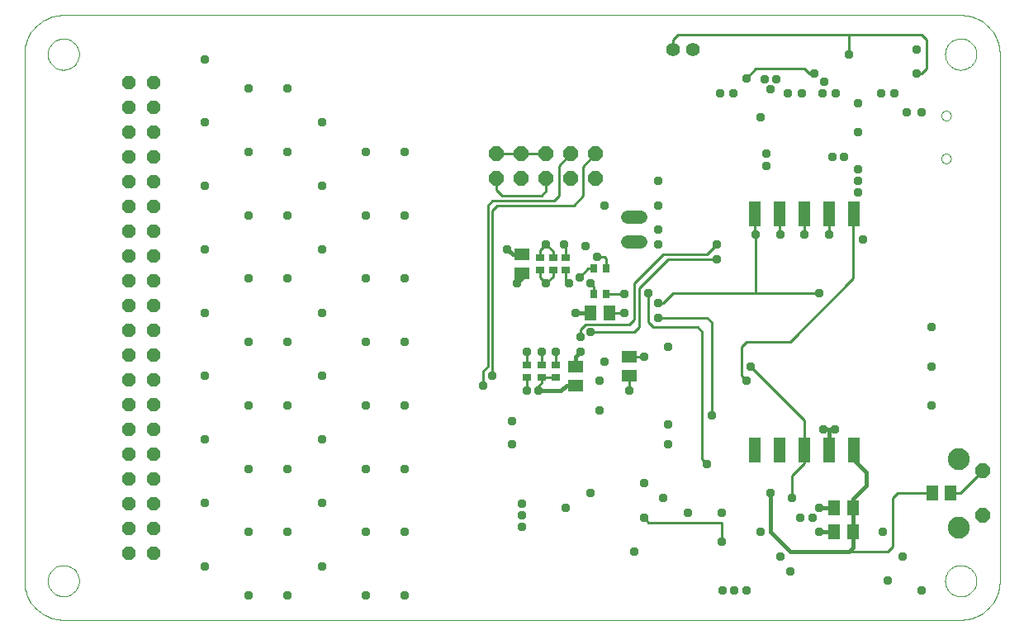
<source format=gbl>
G75*
G70*
%OFA0B0*%
%FSLAX24Y24*%
%IPPOS*%
%LPD*%
%AMOC8*
5,1,8,0,0,1.08239X$1,22.5*
%
%ADD10R,0.0500X0.1000*%
%ADD11OC8,0.0600*%
%ADD12R,0.0591X0.0512*%
%ADD13C,0.0540*%
%ADD14OC8,0.0540*%
%ADD15R,0.0354X0.0276*%
%ADD16R,0.0512X0.0591*%
%ADD17C,0.0000*%
%ADD18C,0.0560*%
%ADD19C,0.0885*%
%ADD20R,0.0276X0.0354*%
%ADD21C,0.0377*%
%ADD22C,0.0100*%
%ADD23C,0.0160*%
D10*
X035895Y010272D03*
X036895Y010272D03*
X037895Y010272D03*
X038895Y010272D03*
X039895Y010272D03*
X039895Y019788D03*
X038895Y019788D03*
X037895Y019788D03*
X036895Y019788D03*
X035895Y019788D03*
D11*
X029462Y021223D03*
X028462Y021223D03*
X027462Y021223D03*
X026462Y021223D03*
X025462Y021223D03*
X025462Y022223D03*
X026462Y022223D03*
X027462Y022223D03*
X028462Y022223D03*
X029462Y022223D03*
X045078Y009424D03*
X045078Y007644D03*
D12*
X030809Y013278D03*
X030809Y014026D03*
X028643Y013632D03*
X028643Y012884D03*
X026478Y017412D03*
X026478Y018160D03*
D13*
X030736Y018664D02*
X031276Y018664D01*
X031276Y019664D02*
X030736Y019664D01*
D14*
X011624Y020120D03*
X010624Y020120D03*
X010624Y021120D03*
X011624Y021120D03*
X011624Y022120D03*
X010624Y022120D03*
X010624Y023120D03*
X011624Y023120D03*
X011624Y024120D03*
X010624Y024120D03*
X010624Y025120D03*
X011624Y025120D03*
X011624Y019120D03*
X010624Y019120D03*
X010624Y018120D03*
X011624Y018120D03*
X011624Y017120D03*
X010624Y017120D03*
X010624Y016120D03*
X011624Y016120D03*
X011624Y015120D03*
X010624Y015120D03*
X010624Y014120D03*
X011624Y014120D03*
X011624Y013120D03*
X010624Y013120D03*
X010624Y012120D03*
X011624Y012120D03*
X011624Y011120D03*
X010624Y011120D03*
X010624Y010120D03*
X011624Y010120D03*
X011624Y009120D03*
X010624Y009120D03*
X010624Y008120D03*
X011624Y008120D03*
X011624Y007120D03*
X010624Y007120D03*
X010624Y006120D03*
X011624Y006120D03*
D15*
X026675Y013199D03*
X027265Y013199D03*
X027856Y013199D03*
X027856Y013711D03*
X027265Y013711D03*
X026675Y013711D03*
X027226Y017530D03*
X027738Y017530D03*
X028250Y017530D03*
X028250Y018042D03*
X027738Y018042D03*
X027226Y018042D03*
D16*
X029254Y015817D03*
X030002Y015817D03*
X039096Y007943D03*
X039844Y007943D03*
X039844Y006959D03*
X039096Y006959D03*
X043033Y008534D03*
X043781Y008534D03*
D17*
X044194Y003416D02*
X007974Y003416D01*
X007344Y004990D02*
X007346Y005040D01*
X007352Y005090D01*
X007362Y005139D01*
X007376Y005187D01*
X007393Y005234D01*
X007414Y005279D01*
X007439Y005323D01*
X007467Y005364D01*
X007499Y005403D01*
X007533Y005440D01*
X007570Y005474D01*
X007610Y005504D01*
X007652Y005531D01*
X007696Y005555D01*
X007742Y005576D01*
X007789Y005592D01*
X007837Y005605D01*
X007887Y005614D01*
X007936Y005619D01*
X007987Y005620D01*
X008037Y005617D01*
X008086Y005610D01*
X008135Y005599D01*
X008183Y005584D01*
X008229Y005566D01*
X008274Y005544D01*
X008317Y005518D01*
X008358Y005489D01*
X008397Y005457D01*
X008433Y005422D01*
X008465Y005384D01*
X008495Y005344D01*
X008522Y005301D01*
X008545Y005257D01*
X008564Y005211D01*
X008580Y005163D01*
X008592Y005114D01*
X008600Y005065D01*
X008604Y005015D01*
X008604Y004965D01*
X008600Y004915D01*
X008592Y004866D01*
X008580Y004817D01*
X008564Y004769D01*
X008545Y004723D01*
X008522Y004679D01*
X008495Y004636D01*
X008465Y004596D01*
X008433Y004558D01*
X008397Y004523D01*
X008358Y004491D01*
X008317Y004462D01*
X008274Y004436D01*
X008229Y004414D01*
X008183Y004396D01*
X008135Y004381D01*
X008086Y004370D01*
X008037Y004363D01*
X007987Y004360D01*
X007936Y004361D01*
X007887Y004366D01*
X007837Y004375D01*
X007789Y004388D01*
X007742Y004404D01*
X007696Y004425D01*
X007652Y004449D01*
X007610Y004476D01*
X007570Y004506D01*
X007533Y004540D01*
X007499Y004577D01*
X007467Y004616D01*
X007439Y004657D01*
X007414Y004701D01*
X007393Y004746D01*
X007376Y004793D01*
X007362Y004841D01*
X007352Y004890D01*
X007346Y004940D01*
X007344Y004990D01*
X006399Y004990D02*
X006401Y004913D01*
X006407Y004836D01*
X006416Y004759D01*
X006429Y004683D01*
X006446Y004607D01*
X006467Y004533D01*
X006491Y004459D01*
X006519Y004387D01*
X006550Y004317D01*
X006585Y004248D01*
X006623Y004180D01*
X006664Y004115D01*
X006709Y004052D01*
X006757Y003991D01*
X006807Y003932D01*
X006860Y003876D01*
X006916Y003823D01*
X006975Y003773D01*
X007036Y003725D01*
X007099Y003680D01*
X007164Y003639D01*
X007232Y003601D01*
X007301Y003566D01*
X007371Y003535D01*
X007443Y003507D01*
X007517Y003483D01*
X007591Y003462D01*
X007667Y003445D01*
X007743Y003432D01*
X007820Y003423D01*
X007897Y003417D01*
X007974Y003415D01*
X007897Y003417D01*
X007820Y003423D01*
X007743Y003432D01*
X007667Y003445D01*
X007591Y003462D01*
X007517Y003483D01*
X007443Y003507D01*
X007371Y003535D01*
X007301Y003566D01*
X007232Y003601D01*
X007164Y003639D01*
X007099Y003680D01*
X007036Y003725D01*
X006975Y003773D01*
X006916Y003823D01*
X006860Y003876D01*
X006807Y003932D01*
X006757Y003991D01*
X006709Y004052D01*
X006664Y004115D01*
X006623Y004180D01*
X006585Y004248D01*
X006550Y004317D01*
X006519Y004387D01*
X006491Y004459D01*
X006467Y004533D01*
X006446Y004607D01*
X006429Y004683D01*
X006416Y004759D01*
X006407Y004836D01*
X006401Y004913D01*
X006399Y004990D01*
X006399Y026250D01*
X007344Y026250D02*
X007346Y026300D01*
X007352Y026350D01*
X007362Y026399D01*
X007376Y026447D01*
X007393Y026494D01*
X007414Y026539D01*
X007439Y026583D01*
X007467Y026624D01*
X007499Y026663D01*
X007533Y026700D01*
X007570Y026734D01*
X007610Y026764D01*
X007652Y026791D01*
X007696Y026815D01*
X007742Y026836D01*
X007789Y026852D01*
X007837Y026865D01*
X007887Y026874D01*
X007936Y026879D01*
X007987Y026880D01*
X008037Y026877D01*
X008086Y026870D01*
X008135Y026859D01*
X008183Y026844D01*
X008229Y026826D01*
X008274Y026804D01*
X008317Y026778D01*
X008358Y026749D01*
X008397Y026717D01*
X008433Y026682D01*
X008465Y026644D01*
X008495Y026604D01*
X008522Y026561D01*
X008545Y026517D01*
X008564Y026471D01*
X008580Y026423D01*
X008592Y026374D01*
X008600Y026325D01*
X008604Y026275D01*
X008604Y026225D01*
X008600Y026175D01*
X008592Y026126D01*
X008580Y026077D01*
X008564Y026029D01*
X008545Y025983D01*
X008522Y025939D01*
X008495Y025896D01*
X008465Y025856D01*
X008433Y025818D01*
X008397Y025783D01*
X008358Y025751D01*
X008317Y025722D01*
X008274Y025696D01*
X008229Y025674D01*
X008183Y025656D01*
X008135Y025641D01*
X008086Y025630D01*
X008037Y025623D01*
X007987Y025620D01*
X007936Y025621D01*
X007887Y025626D01*
X007837Y025635D01*
X007789Y025648D01*
X007742Y025664D01*
X007696Y025685D01*
X007652Y025709D01*
X007610Y025736D01*
X007570Y025766D01*
X007533Y025800D01*
X007499Y025837D01*
X007467Y025876D01*
X007439Y025917D01*
X007414Y025961D01*
X007393Y026006D01*
X007376Y026053D01*
X007362Y026101D01*
X007352Y026150D01*
X007346Y026200D01*
X007344Y026250D01*
X006399Y026250D02*
X006401Y026327D01*
X006407Y026404D01*
X006416Y026481D01*
X006429Y026557D01*
X006446Y026633D01*
X006467Y026707D01*
X006491Y026781D01*
X006519Y026853D01*
X006550Y026923D01*
X006585Y026992D01*
X006623Y027060D01*
X006664Y027125D01*
X006709Y027188D01*
X006757Y027249D01*
X006807Y027308D01*
X006860Y027364D01*
X006916Y027417D01*
X006975Y027467D01*
X007036Y027515D01*
X007099Y027560D01*
X007164Y027601D01*
X007232Y027639D01*
X007301Y027674D01*
X007371Y027705D01*
X007443Y027733D01*
X007517Y027757D01*
X007591Y027778D01*
X007667Y027795D01*
X007743Y027808D01*
X007820Y027817D01*
X007897Y027823D01*
X007974Y027825D01*
X044194Y027825D01*
X043564Y026250D02*
X043566Y026300D01*
X043572Y026350D01*
X043582Y026399D01*
X043596Y026447D01*
X043613Y026494D01*
X043634Y026539D01*
X043659Y026583D01*
X043687Y026624D01*
X043719Y026663D01*
X043753Y026700D01*
X043790Y026734D01*
X043830Y026764D01*
X043872Y026791D01*
X043916Y026815D01*
X043962Y026836D01*
X044009Y026852D01*
X044057Y026865D01*
X044107Y026874D01*
X044156Y026879D01*
X044207Y026880D01*
X044257Y026877D01*
X044306Y026870D01*
X044355Y026859D01*
X044403Y026844D01*
X044449Y026826D01*
X044494Y026804D01*
X044537Y026778D01*
X044578Y026749D01*
X044617Y026717D01*
X044653Y026682D01*
X044685Y026644D01*
X044715Y026604D01*
X044742Y026561D01*
X044765Y026517D01*
X044784Y026471D01*
X044800Y026423D01*
X044812Y026374D01*
X044820Y026325D01*
X044824Y026275D01*
X044824Y026225D01*
X044820Y026175D01*
X044812Y026126D01*
X044800Y026077D01*
X044784Y026029D01*
X044765Y025983D01*
X044742Y025939D01*
X044715Y025896D01*
X044685Y025856D01*
X044653Y025818D01*
X044617Y025783D01*
X044578Y025751D01*
X044537Y025722D01*
X044494Y025696D01*
X044449Y025674D01*
X044403Y025656D01*
X044355Y025641D01*
X044306Y025630D01*
X044257Y025623D01*
X044207Y025620D01*
X044156Y025621D01*
X044107Y025626D01*
X044057Y025635D01*
X044009Y025648D01*
X043962Y025664D01*
X043916Y025685D01*
X043872Y025709D01*
X043830Y025736D01*
X043790Y025766D01*
X043753Y025800D01*
X043719Y025837D01*
X043687Y025876D01*
X043659Y025917D01*
X043634Y025961D01*
X043613Y026006D01*
X043596Y026053D01*
X043582Y026101D01*
X043572Y026150D01*
X043566Y026200D01*
X043564Y026250D01*
X044194Y027825D02*
X044271Y027823D01*
X044348Y027817D01*
X044425Y027808D01*
X044501Y027795D01*
X044577Y027778D01*
X044651Y027757D01*
X044725Y027733D01*
X044797Y027705D01*
X044867Y027674D01*
X044936Y027639D01*
X045004Y027601D01*
X045069Y027560D01*
X045132Y027515D01*
X045193Y027467D01*
X045252Y027417D01*
X045308Y027364D01*
X045361Y027308D01*
X045411Y027249D01*
X045459Y027188D01*
X045504Y027125D01*
X045545Y027060D01*
X045583Y026992D01*
X045618Y026923D01*
X045649Y026853D01*
X045677Y026781D01*
X045701Y026707D01*
X045722Y026633D01*
X045739Y026557D01*
X045752Y026481D01*
X045761Y026404D01*
X045767Y026327D01*
X045769Y026250D01*
X045769Y004990D01*
X043564Y004990D02*
X043566Y005040D01*
X043572Y005090D01*
X043582Y005139D01*
X043596Y005187D01*
X043613Y005234D01*
X043634Y005279D01*
X043659Y005323D01*
X043687Y005364D01*
X043719Y005403D01*
X043753Y005440D01*
X043790Y005474D01*
X043830Y005504D01*
X043872Y005531D01*
X043916Y005555D01*
X043962Y005576D01*
X044009Y005592D01*
X044057Y005605D01*
X044107Y005614D01*
X044156Y005619D01*
X044207Y005620D01*
X044257Y005617D01*
X044306Y005610D01*
X044355Y005599D01*
X044403Y005584D01*
X044449Y005566D01*
X044494Y005544D01*
X044537Y005518D01*
X044578Y005489D01*
X044617Y005457D01*
X044653Y005422D01*
X044685Y005384D01*
X044715Y005344D01*
X044742Y005301D01*
X044765Y005257D01*
X044784Y005211D01*
X044800Y005163D01*
X044812Y005114D01*
X044820Y005065D01*
X044824Y005015D01*
X044824Y004965D01*
X044820Y004915D01*
X044812Y004866D01*
X044800Y004817D01*
X044784Y004769D01*
X044765Y004723D01*
X044742Y004679D01*
X044715Y004636D01*
X044685Y004596D01*
X044653Y004558D01*
X044617Y004523D01*
X044578Y004491D01*
X044537Y004462D01*
X044494Y004436D01*
X044449Y004414D01*
X044403Y004396D01*
X044355Y004381D01*
X044306Y004370D01*
X044257Y004363D01*
X044207Y004360D01*
X044156Y004361D01*
X044107Y004366D01*
X044057Y004375D01*
X044009Y004388D01*
X043962Y004404D01*
X043916Y004425D01*
X043872Y004449D01*
X043830Y004476D01*
X043790Y004506D01*
X043753Y004540D01*
X043719Y004577D01*
X043687Y004616D01*
X043659Y004657D01*
X043634Y004701D01*
X043613Y004746D01*
X043596Y004793D01*
X043582Y004841D01*
X043572Y004890D01*
X043566Y004940D01*
X043564Y004990D01*
X044194Y003415D02*
X044271Y003417D01*
X044348Y003423D01*
X044425Y003432D01*
X044501Y003445D01*
X044577Y003462D01*
X044651Y003483D01*
X044725Y003507D01*
X044797Y003535D01*
X044867Y003566D01*
X044936Y003601D01*
X045004Y003639D01*
X045069Y003680D01*
X045132Y003725D01*
X045193Y003773D01*
X045252Y003823D01*
X045308Y003876D01*
X045361Y003932D01*
X045411Y003991D01*
X045459Y004052D01*
X045504Y004115D01*
X045545Y004180D01*
X045583Y004248D01*
X045618Y004317D01*
X045649Y004387D01*
X045677Y004459D01*
X045701Y004533D01*
X045722Y004607D01*
X045739Y004683D01*
X045752Y004759D01*
X045761Y004836D01*
X045767Y004913D01*
X045769Y004990D01*
X045767Y004913D01*
X045761Y004836D01*
X045752Y004759D01*
X045739Y004683D01*
X045722Y004607D01*
X045701Y004533D01*
X045677Y004459D01*
X045649Y004387D01*
X045618Y004317D01*
X045583Y004248D01*
X045545Y004180D01*
X045504Y004115D01*
X045459Y004052D01*
X045411Y003991D01*
X045361Y003932D01*
X045308Y003876D01*
X045252Y003823D01*
X045193Y003773D01*
X045132Y003725D01*
X045069Y003680D01*
X045004Y003639D01*
X044936Y003601D01*
X044867Y003566D01*
X044797Y003535D01*
X044725Y003507D01*
X044651Y003483D01*
X044577Y003462D01*
X044501Y003445D01*
X044425Y003432D01*
X044348Y003423D01*
X044271Y003417D01*
X044194Y003415D01*
X044271Y003417D01*
X044348Y003423D01*
X044425Y003432D01*
X044501Y003445D01*
X044577Y003462D01*
X044651Y003483D01*
X044725Y003507D01*
X044797Y003535D01*
X044867Y003566D01*
X044936Y003601D01*
X045004Y003639D01*
X045069Y003680D01*
X045132Y003725D01*
X045193Y003773D01*
X045252Y003823D01*
X045308Y003876D01*
X045361Y003932D01*
X045411Y003991D01*
X045459Y004052D01*
X045504Y004115D01*
X045545Y004180D01*
X045583Y004248D01*
X045618Y004317D01*
X045649Y004387D01*
X045677Y004459D01*
X045701Y004533D01*
X045722Y004607D01*
X045739Y004683D01*
X045752Y004759D01*
X045761Y004836D01*
X045767Y004913D01*
X045769Y004990D01*
X043407Y022038D02*
X043409Y022065D01*
X043415Y022092D01*
X043424Y022118D01*
X043437Y022142D01*
X043453Y022165D01*
X043472Y022184D01*
X043494Y022201D01*
X043518Y022215D01*
X043543Y022225D01*
X043570Y022232D01*
X043597Y022235D01*
X043625Y022234D01*
X043652Y022229D01*
X043678Y022221D01*
X043702Y022209D01*
X043725Y022193D01*
X043746Y022175D01*
X043763Y022154D01*
X043778Y022130D01*
X043789Y022105D01*
X043797Y022079D01*
X043801Y022052D01*
X043801Y022024D01*
X043797Y021997D01*
X043789Y021971D01*
X043778Y021946D01*
X043763Y021922D01*
X043746Y021901D01*
X043725Y021883D01*
X043703Y021867D01*
X043678Y021855D01*
X043652Y021847D01*
X043625Y021842D01*
X043597Y021841D01*
X043570Y021844D01*
X043543Y021851D01*
X043518Y021861D01*
X043494Y021875D01*
X043472Y021892D01*
X043453Y021911D01*
X043437Y021934D01*
X043424Y021958D01*
X043415Y021984D01*
X043409Y022011D01*
X043407Y022038D01*
X043407Y023770D02*
X043409Y023797D01*
X043415Y023824D01*
X043424Y023850D01*
X043437Y023874D01*
X043453Y023897D01*
X043472Y023916D01*
X043494Y023933D01*
X043518Y023947D01*
X043543Y023957D01*
X043570Y023964D01*
X043597Y023967D01*
X043625Y023966D01*
X043652Y023961D01*
X043678Y023953D01*
X043702Y023941D01*
X043725Y023925D01*
X043746Y023907D01*
X043763Y023886D01*
X043778Y023862D01*
X043789Y023837D01*
X043797Y023811D01*
X043801Y023784D01*
X043801Y023756D01*
X043797Y023729D01*
X043789Y023703D01*
X043778Y023678D01*
X043763Y023654D01*
X043746Y023633D01*
X043725Y023615D01*
X043703Y023599D01*
X043678Y023587D01*
X043652Y023579D01*
X043625Y023574D01*
X043597Y023573D01*
X043570Y023576D01*
X043543Y023583D01*
X043518Y023593D01*
X043494Y023607D01*
X043472Y023624D01*
X043453Y023643D01*
X043437Y023666D01*
X043424Y023690D01*
X043415Y023716D01*
X043409Y023743D01*
X043407Y023770D01*
X045769Y026250D02*
X045767Y026327D01*
X045761Y026404D01*
X045752Y026481D01*
X045739Y026557D01*
X045722Y026633D01*
X045701Y026707D01*
X045677Y026781D01*
X045649Y026853D01*
X045618Y026923D01*
X045583Y026992D01*
X045545Y027060D01*
X045504Y027125D01*
X045459Y027188D01*
X045411Y027249D01*
X045361Y027308D01*
X045308Y027364D01*
X045252Y027417D01*
X045193Y027467D01*
X045132Y027515D01*
X045069Y027560D01*
X045004Y027601D01*
X044936Y027639D01*
X044867Y027674D01*
X044797Y027705D01*
X044725Y027733D01*
X044651Y027757D01*
X044577Y027778D01*
X044501Y027795D01*
X044425Y027808D01*
X044348Y027817D01*
X044271Y027823D01*
X044194Y027825D01*
X044271Y027823D01*
X044348Y027817D01*
X044425Y027808D01*
X044501Y027795D01*
X044577Y027778D01*
X044651Y027757D01*
X044725Y027733D01*
X044797Y027705D01*
X044867Y027674D01*
X044936Y027639D01*
X045004Y027601D01*
X045069Y027560D01*
X045132Y027515D01*
X045193Y027467D01*
X045252Y027417D01*
X045308Y027364D01*
X045361Y027308D01*
X045411Y027249D01*
X045459Y027188D01*
X045504Y027125D01*
X045545Y027060D01*
X045583Y026992D01*
X045618Y026923D01*
X045649Y026853D01*
X045677Y026781D01*
X045701Y026707D01*
X045722Y026633D01*
X045739Y026557D01*
X045752Y026481D01*
X045761Y026404D01*
X045767Y026327D01*
X045769Y026250D01*
X007974Y027825D02*
X007897Y027823D01*
X007820Y027817D01*
X007743Y027808D01*
X007667Y027795D01*
X007591Y027778D01*
X007517Y027757D01*
X007443Y027733D01*
X007371Y027705D01*
X007301Y027674D01*
X007232Y027639D01*
X007164Y027601D01*
X007099Y027560D01*
X007036Y027515D01*
X006975Y027467D01*
X006916Y027417D01*
X006860Y027364D01*
X006807Y027308D01*
X006757Y027249D01*
X006709Y027188D01*
X006664Y027125D01*
X006623Y027060D01*
X006585Y026992D01*
X006550Y026923D01*
X006519Y026853D01*
X006491Y026781D01*
X006467Y026707D01*
X006446Y026633D01*
X006429Y026557D01*
X006416Y026481D01*
X006407Y026404D01*
X006401Y026327D01*
X006399Y026250D01*
X006401Y026327D01*
X006407Y026404D01*
X006416Y026481D01*
X006429Y026557D01*
X006446Y026633D01*
X006467Y026707D01*
X006491Y026781D01*
X006519Y026853D01*
X006550Y026923D01*
X006585Y026992D01*
X006623Y027060D01*
X006664Y027125D01*
X006709Y027188D01*
X006757Y027249D01*
X006807Y027308D01*
X006860Y027364D01*
X006916Y027417D01*
X006975Y027467D01*
X007036Y027515D01*
X007099Y027560D01*
X007164Y027601D01*
X007232Y027639D01*
X007301Y027674D01*
X007371Y027705D01*
X007443Y027733D01*
X007517Y027757D01*
X007591Y027778D01*
X007667Y027795D01*
X007743Y027808D01*
X007820Y027817D01*
X007897Y027823D01*
X007974Y027825D01*
X006399Y004990D02*
X006401Y004913D01*
X006407Y004836D01*
X006416Y004759D01*
X006429Y004683D01*
X006446Y004607D01*
X006467Y004533D01*
X006491Y004459D01*
X006519Y004387D01*
X006550Y004317D01*
X006585Y004248D01*
X006623Y004180D01*
X006664Y004115D01*
X006709Y004052D01*
X006757Y003991D01*
X006807Y003932D01*
X006860Y003876D01*
X006916Y003823D01*
X006975Y003773D01*
X007036Y003725D01*
X007099Y003680D01*
X007164Y003639D01*
X007232Y003601D01*
X007301Y003566D01*
X007371Y003535D01*
X007443Y003507D01*
X007517Y003483D01*
X007591Y003462D01*
X007667Y003445D01*
X007743Y003432D01*
X007820Y003423D01*
X007897Y003417D01*
X007974Y003415D01*
D18*
X032580Y026447D03*
X033368Y026447D03*
D19*
X044098Y009914D03*
X044098Y007154D03*
D20*
X029883Y016565D03*
X029372Y016565D03*
X029372Y017589D03*
X029883Y017589D03*
D21*
X029234Y016998D03*
X028801Y017235D03*
X028368Y016998D03*
X027462Y016998D03*
X026281Y016998D03*
X025887Y018376D03*
X027462Y018573D03*
X028171Y018573D03*
X029037Y018494D03*
X029509Y018061D03*
X030612Y016565D03*
X031596Y016605D03*
X031990Y016211D03*
X031990Y015620D03*
X030612Y015817D03*
X029234Y015030D03*
X028840Y014833D03*
X028840Y014242D03*
X027856Y014242D03*
X027265Y014242D03*
X026675Y014242D03*
X025297Y013258D03*
X024903Y012864D03*
X026675Y012668D03*
X027147Y012668D03*
X026084Y011447D03*
X026084Y010502D03*
X029234Y008534D03*
X028250Y007943D03*
X026478Y008101D03*
X026478Y007628D03*
X026478Y007156D03*
X031006Y006172D03*
X031399Y007549D03*
X032187Y008337D03*
X031399Y008927D03*
X033171Y007746D03*
X034549Y007746D03*
X036124Y006959D03*
X036911Y005975D03*
X037305Y005384D03*
X035533Y004597D03*
X035061Y004597D03*
X034588Y004597D03*
X034549Y006565D03*
X036517Y008534D03*
X037383Y008337D03*
X037698Y007549D03*
X038210Y007549D03*
X038486Y007943D03*
X038486Y006959D03*
X041045Y006959D03*
X041832Y005975D03*
X041242Y004990D03*
X042620Y004597D03*
X033958Y009715D03*
X032383Y010502D03*
X032383Y011290D03*
X034155Y011683D03*
X035533Y013061D03*
X035730Y013652D03*
X032383Y014439D03*
X031399Y014046D03*
X029824Y013849D03*
X029628Y013061D03*
X030809Y012668D03*
X029628Y011880D03*
X028643Y015817D03*
X031990Y018573D03*
X031990Y019164D03*
X031990Y020148D03*
X031990Y021132D03*
X029824Y020148D03*
X034352Y018573D03*
X034352Y017983D03*
X035927Y018967D03*
X036911Y018967D03*
X037895Y018967D03*
X038880Y018967D03*
X040257Y018770D03*
X040061Y020660D03*
X040061Y021132D03*
X040061Y021605D03*
X039470Y022116D03*
X038998Y022116D03*
X040061Y023101D03*
X040061Y024282D03*
X040966Y024675D03*
X041517Y024675D03*
X042029Y023888D03*
X042620Y023888D03*
X042423Y025463D03*
X042423Y026447D03*
X039667Y026250D03*
X038289Y025463D03*
X038683Y025148D03*
X038604Y024675D03*
X039155Y024675D03*
X037777Y024675D03*
X037226Y024675D03*
X036517Y024833D03*
X036281Y025227D03*
X036754Y025227D03*
X035533Y025266D03*
X035021Y024675D03*
X034470Y024675D03*
X036124Y023691D03*
X036360Y022235D03*
X036360Y021723D03*
X038486Y016605D03*
X043013Y015227D03*
X043013Y013652D03*
X043013Y012077D03*
X039116Y011093D03*
X038643Y011093D03*
X021754Y012077D03*
X020179Y012077D03*
X018407Y013258D03*
X017029Y012077D03*
X015454Y012077D03*
X013683Y013258D03*
X015454Y014636D03*
X017029Y014636D03*
X018407Y015817D03*
X017029Y017195D03*
X015454Y017195D03*
X013683Y018376D03*
X015454Y019754D03*
X017029Y019754D03*
X018407Y020935D03*
X020179Y019754D03*
X021754Y019754D03*
X018407Y018376D03*
X020179Y017195D03*
X021754Y017195D03*
X021754Y014636D03*
X020179Y014636D03*
X018407Y010699D03*
X017029Y009518D03*
X015454Y009518D03*
X013683Y010699D03*
X013683Y008140D03*
X015454Y006959D03*
X017029Y006959D03*
X018407Y008140D03*
X020179Y006959D03*
X021754Y006959D03*
X018407Y005581D03*
X017029Y004400D03*
X015454Y004400D03*
X013683Y005581D03*
X020179Y004400D03*
X021754Y004400D03*
X021754Y009518D03*
X020179Y009518D03*
X013683Y015817D03*
X013683Y020935D03*
X015454Y022313D03*
X017029Y022313D03*
X018407Y023494D03*
X017029Y024872D03*
X015454Y024872D03*
X013683Y026053D03*
X013683Y023494D03*
X020179Y022313D03*
X021754Y022313D03*
D22*
X025462Y022223D02*
X026462Y022223D01*
X027462Y022223D01*
X027974Y021735D02*
X028462Y022223D01*
X027974Y021735D02*
X027974Y020542D01*
X027777Y020345D01*
X025297Y020345D01*
X025100Y020148D01*
X025100Y013652D01*
X024903Y013455D01*
X024903Y012864D01*
X025297Y013258D02*
X025297Y019951D01*
X025494Y020148D01*
X028565Y020148D01*
X028958Y020542D01*
X028958Y021719D01*
X029462Y022223D01*
X027462Y021223D02*
X027462Y020738D01*
X027265Y020542D01*
X025691Y020542D01*
X025462Y020770D01*
X025462Y021223D01*
X027462Y018573D02*
X027738Y018298D01*
X027738Y018042D01*
X028250Y018042D02*
X028250Y018494D01*
X028171Y018573D01*
X027462Y018573D02*
X027226Y018337D01*
X027226Y018042D01*
X027226Y017530D02*
X027226Y017235D01*
X027462Y016998D01*
X027738Y017274D01*
X027738Y017530D01*
X028250Y017530D02*
X028250Y017116D01*
X028368Y016998D01*
X028801Y017235D02*
X029155Y017589D01*
X029372Y017589D01*
X029883Y017589D02*
X029883Y018002D01*
X029824Y018061D01*
X029509Y018061D01*
X029234Y016998D02*
X029372Y016860D01*
X029372Y016565D01*
X029883Y016565D02*
X030612Y016565D01*
X031202Y016801D02*
X032383Y017983D01*
X034352Y017983D01*
X033958Y018179D02*
X034352Y018573D01*
X033958Y018179D02*
X032187Y018179D01*
X031006Y016998D01*
X031006Y015542D01*
X030809Y015345D01*
X029037Y015345D01*
X028840Y015148D01*
X028840Y014833D01*
X029234Y015030D02*
X031006Y015030D01*
X031202Y015227D01*
X031202Y016801D01*
X031596Y016605D02*
X031596Y015423D01*
X031793Y015227D01*
X033565Y015227D01*
X033761Y015030D01*
X033761Y009912D01*
X033958Y009715D01*
X034155Y011683D02*
X034155Y015423D01*
X033958Y015620D01*
X031990Y015620D01*
X031990Y016211D02*
X032187Y016211D01*
X032580Y016605D01*
X035927Y016605D01*
X035927Y018967D01*
X035895Y018998D01*
X035895Y019788D01*
X036895Y019788D02*
X036895Y018983D01*
X036911Y018967D01*
X037895Y018967D02*
X037895Y019788D01*
X038880Y019772D02*
X038895Y019788D01*
X038880Y019772D02*
X038880Y018967D01*
X039864Y019756D02*
X039895Y019788D01*
X039864Y019756D02*
X039864Y017195D01*
X037305Y014636D01*
X035533Y014636D01*
X035336Y014439D01*
X035336Y013258D01*
X035533Y013061D01*
X035730Y013652D02*
X037895Y011486D01*
X037895Y010272D01*
X037895Y009754D01*
X037383Y009242D01*
X037383Y008337D01*
X034549Y007353D02*
X034549Y006565D01*
X034549Y007353D02*
X031596Y007353D01*
X031399Y007549D01*
X039667Y006172D02*
X041242Y006172D01*
X041439Y006368D01*
X041439Y008337D01*
X041635Y008534D01*
X043033Y008534D01*
X043781Y008534D02*
X044188Y008534D01*
X045078Y009424D01*
X038486Y016605D02*
X035927Y016605D01*
X031399Y014046D02*
X031380Y014026D01*
X030809Y014026D01*
X030809Y013278D02*
X030809Y012668D01*
X027856Y013199D02*
X027265Y013199D01*
X027265Y012983D01*
X027147Y012864D01*
X027147Y012668D01*
X026675Y012668D02*
X026675Y013199D01*
X026675Y013711D02*
X026675Y014242D01*
X027265Y014242D02*
X027265Y013711D01*
X027856Y013711D02*
X027856Y014242D01*
X030002Y015817D02*
X030612Y015817D01*
X035533Y025266D02*
X035927Y025660D01*
X037895Y025660D01*
X038092Y025463D01*
X038289Y025463D01*
X039667Y026250D02*
X039667Y027038D01*
X042620Y027038D01*
X042817Y026841D01*
X042817Y025660D01*
X042620Y025463D01*
X042423Y025463D01*
X039667Y027038D02*
X032777Y027038D01*
X032580Y026841D01*
X032580Y026447D01*
D23*
X025887Y018376D02*
X026104Y018160D01*
X026478Y018160D01*
X026478Y017412D02*
X026478Y017195D01*
X026281Y016998D01*
X028643Y015817D02*
X029254Y015817D01*
X028840Y014242D02*
X028643Y014046D01*
X028643Y013632D01*
X028643Y012884D02*
X028269Y012884D01*
X028053Y012668D01*
X027147Y012668D01*
X036517Y008534D02*
X036517Y006959D01*
X037305Y006172D01*
X039667Y006172D01*
X039844Y006349D01*
X039844Y007943D01*
X039844Y006959D01*
X039096Y006959D02*
X038486Y006959D01*
X038486Y007943D02*
X039096Y007943D01*
X039844Y007943D02*
X039844Y008317D01*
X040376Y008849D01*
X040376Y009360D01*
X039864Y009912D01*
X039864Y010303D01*
X039895Y010272D01*
X039864Y010303D02*
X039864Y010305D01*
X038895Y010272D02*
X038895Y011077D01*
X038919Y011093D01*
X039116Y011093D01*
X038919Y011093D02*
X038643Y011093D01*
M02*

</source>
